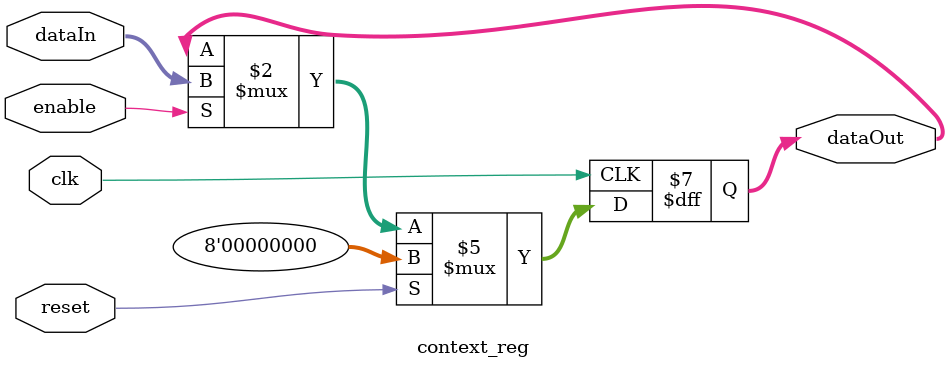
<source format=v>

module context_reg (input clk, input reset, input enable, input [7:0] dataIn, 
	            output reg [7:0] dataOut);

	always @ (posedge clk) begin
		if(reset) dataOut <= 8'b0;
		else begin
			if (enable) dataOut <= dataIn;
		end
	end
endmodule

</source>
